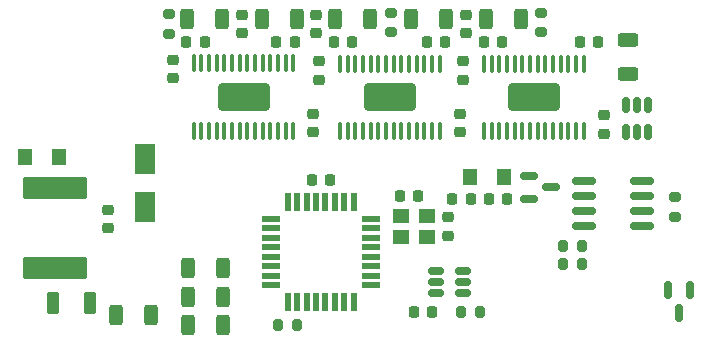
<source format=gbr>
%TF.GenerationSoftware,KiCad,Pcbnew,6.0.11+dfsg-1~bpo11+1*%
%TF.CreationDate,2023-07-10T22:14:43+02:00*%
%TF.ProjectId,motor_board_v3,6d6f746f-725f-4626-9f61-72645f76332e,rev?*%
%TF.SameCoordinates,PX87037a0PY50412a8*%
%TF.FileFunction,Paste,Bot*%
%TF.FilePolarity,Positive*%
%FSLAX46Y46*%
G04 Gerber Fmt 4.6, Leading zero omitted, Abs format (unit mm)*
G04 Created by KiCad (PCBNEW 6.0.11+dfsg-1~bpo11+1) date 2023-07-10 22:14:43*
%MOMM*%
%LPD*%
G01*
G04 APERTURE LIST*
G04 Aperture macros list*
%AMRoundRect*
0 Rectangle with rounded corners*
0 $1 Rounding radius*
0 $2 $3 $4 $5 $6 $7 $8 $9 X,Y pos of 4 corners*
0 Add a 4 corners polygon primitive as box body*
4,1,4,$2,$3,$4,$5,$6,$7,$8,$9,$2,$3,0*
0 Add four circle primitives for the rounded corners*
1,1,$1+$1,$2,$3*
1,1,$1+$1,$4,$5*
1,1,$1+$1,$6,$7*
1,1,$1+$1,$8,$9*
0 Add four rect primitives between the rounded corners*
20,1,$1+$1,$2,$3,$4,$5,0*
20,1,$1+$1,$4,$5,$6,$7,0*
20,1,$1+$1,$6,$7,$8,$9,0*
20,1,$1+$1,$8,$9,$2,$3,0*%
G04 Aperture macros list end*
%ADD10RoundRect,0.225000X-0.225000X-0.250000X0.225000X-0.250000X0.225000X0.250000X-0.225000X0.250000X0*%
%ADD11RoundRect,0.150000X-0.150000X0.587500X-0.150000X-0.587500X0.150000X-0.587500X0.150000X0.587500X0*%
%ADD12RoundRect,0.250000X0.312500X0.625000X-0.312500X0.625000X-0.312500X-0.625000X0.312500X-0.625000X0*%
%ADD13RoundRect,0.150000X-0.825000X-0.150000X0.825000X-0.150000X0.825000X0.150000X-0.825000X0.150000X0*%
%ADD14RoundRect,0.225000X0.250000X-0.225000X0.250000X0.225000X-0.250000X0.225000X-0.250000X-0.225000X0*%
%ADD15RoundRect,0.150000X0.512500X0.150000X-0.512500X0.150000X-0.512500X-0.150000X0.512500X-0.150000X0*%
%ADD16RoundRect,0.200000X-0.200000X-0.275000X0.200000X-0.275000X0.200000X0.275000X-0.200000X0.275000X0*%
%ADD17RoundRect,0.225000X0.225000X0.250000X-0.225000X0.250000X-0.225000X-0.250000X0.225000X-0.250000X0*%
%ADD18RoundRect,0.218750X0.218750X0.256250X-0.218750X0.256250X-0.218750X-0.256250X0.218750X-0.256250X0*%
%ADD19RoundRect,0.200000X-0.275000X0.200000X-0.275000X-0.200000X0.275000X-0.200000X0.275000X0.200000X0*%
%ADD20RoundRect,0.250000X-0.312500X-0.625000X0.312500X-0.625000X0.312500X0.625000X-0.312500X0.625000X0*%
%ADD21R,0.550000X1.600000*%
%ADD22R,1.600000X0.550000*%
%ADD23RoundRect,0.250001X-1.924999X0.899999X-1.924999X-0.899999X1.924999X-0.899999X1.924999X0.899999X0*%
%ADD24RoundRect,0.100000X-0.100000X0.637500X-0.100000X-0.637500X0.100000X-0.637500X0.100000X0.637500X0*%
%ADD25R,1.800000X2.500000*%
%ADD26RoundRect,0.225000X-0.250000X0.225000X-0.250000X-0.225000X0.250000X-0.225000X0.250000X0.225000X0*%
%ADD27RoundRect,0.250000X-0.625000X0.312500X-0.625000X-0.312500X0.625000X-0.312500X0.625000X0.312500X0*%
%ADD28RoundRect,0.200000X0.275000X-0.200000X0.275000X0.200000X-0.275000X0.200000X-0.275000X-0.200000X0*%
%ADD29RoundRect,0.150000X0.150000X-0.512500X0.150000X0.512500X-0.150000X0.512500X-0.150000X-0.512500X0*%
%ADD30RoundRect,0.250000X2.475000X-0.712500X2.475000X0.712500X-2.475000X0.712500X-2.475000X-0.712500X0*%
%ADD31R,1.400000X1.200000*%
%ADD32R,1.300000X1.400000*%
%ADD33RoundRect,0.250000X-0.275000X-0.700000X0.275000X-0.700000X0.275000X0.700000X-0.275000X0.700000X0*%
%ADD34RoundRect,0.150000X-0.587500X-0.150000X0.587500X-0.150000X0.587500X0.150000X-0.587500X0.150000X0*%
G04 APERTURE END LIST*
D10*
%TO.C,C10*%
X12531500Y-3731000D03*
X14081500Y-3731000D03*
%TD*%
D11*
%TO.C,D9*%
X45692000Y-24764500D03*
X47592000Y-24764500D03*
X46642000Y-26639500D03*
%TD*%
D12*
%TO.C,R4*%
X7972500Y-25321000D03*
X5047500Y-25321000D03*
%TD*%
D13*
%TO.C,U2*%
X38579000Y-19352000D03*
X38579000Y-18082000D03*
X38579000Y-16812000D03*
X38579000Y-15542000D03*
X43529000Y-15542000D03*
X43529000Y-16812000D03*
X43529000Y-18082000D03*
X43529000Y-19352000D03*
%TD*%
D12*
%TO.C,R7*%
X7972500Y-27734000D03*
X5047500Y-27734000D03*
%TD*%
D14*
%TO.C,C17*%
X27084000Y-20127000D03*
X27084000Y-18577000D03*
%TD*%
D15*
%TO.C,U6*%
X28348500Y-23101000D03*
X28348500Y-24051000D03*
X28348500Y-25001000D03*
X26073500Y-25001000D03*
X26073500Y-24051000D03*
X26073500Y-23101000D03*
%TD*%
D16*
%TO.C,R19*%
X28164000Y-26591000D03*
X29814000Y-26591000D03*
%TD*%
D14*
%TO.C,C14*%
X15908000Y-2982000D03*
X15908000Y-1432000D03*
%TD*%
D16*
%TO.C,R3*%
X36800000Y-21003000D03*
X38450000Y-21003000D03*
%TD*%
D17*
%TO.C,C9*%
X6461500Y-3731000D03*
X4911500Y-3731000D03*
%TD*%
D18*
%TO.C,FB2*%
X29014500Y-17066000D03*
X27439500Y-17066000D03*
%TD*%
D19*
%TO.C,R15*%
X34958000Y-1255000D03*
X34958000Y-2905000D03*
%TD*%
D20*
%TO.C,R10*%
X11336000Y-1826000D03*
X14261000Y-1826000D03*
%TD*%
D21*
%TO.C,U1*%
X13489000Y-17261000D03*
X14289000Y-17261000D03*
X15089000Y-17261000D03*
X15889000Y-17261000D03*
X16689000Y-17261000D03*
X17489000Y-17261000D03*
X18289000Y-17261000D03*
X19089000Y-17261000D03*
D22*
X20539000Y-18711000D03*
X20539000Y-19511000D03*
X20539000Y-20311000D03*
X20539000Y-21111000D03*
X20539000Y-21911000D03*
X20539000Y-22711000D03*
X20539000Y-23511000D03*
X20539000Y-24311000D03*
D21*
X19089000Y-25761000D03*
X18289000Y-25761000D03*
X17489000Y-25761000D03*
X16689000Y-25761000D03*
X15889000Y-25761000D03*
X15089000Y-25761000D03*
X14289000Y-25761000D03*
X13489000Y-25761000D03*
D22*
X12039000Y-24311000D03*
X12039000Y-23511000D03*
X12039000Y-22711000D03*
X12039000Y-21911000D03*
X12039000Y-21111000D03*
X12039000Y-20311000D03*
X12039000Y-19511000D03*
X12039000Y-18711000D03*
%TD*%
D12*
%TO.C,R14*%
X20418500Y-1826000D03*
X17493500Y-1826000D03*
%TD*%
D23*
%TO.C,U3*%
X9750500Y-8371500D03*
D24*
X5525500Y-5509000D03*
X6175500Y-5509000D03*
X6825500Y-5509000D03*
X7475500Y-5509000D03*
X8125500Y-5509000D03*
X8775500Y-5509000D03*
X9425500Y-5509000D03*
X10075500Y-5509000D03*
X10725500Y-5509000D03*
X11375500Y-5509000D03*
X12025500Y-5509000D03*
X12675500Y-5509000D03*
X13325500Y-5509000D03*
X13975500Y-5509000D03*
X13975500Y-11234000D03*
X13325500Y-11234000D03*
X12675500Y-11234000D03*
X12025500Y-11234000D03*
X11375500Y-11234000D03*
X10725500Y-11234000D03*
X10075500Y-11234000D03*
X9425500Y-11234000D03*
X8775500Y-11234000D03*
X8125500Y-11234000D03*
X7475500Y-11234000D03*
X6825500Y-11234000D03*
X6175500Y-11234000D03*
X5525500Y-11234000D03*
%TD*%
D25*
%TO.C,D5*%
X1430000Y-17669000D03*
X1430000Y-13669000D03*
%TD*%
D10*
%TO.C,C22*%
X38247000Y-3731000D03*
X39797000Y-3731000D03*
%TD*%
D17*
%TO.C,C15*%
X18969000Y-3731000D03*
X17419000Y-3731000D03*
%TD*%
D26*
%TO.C,C7*%
X3781500Y-5242000D03*
X3781500Y-6792000D03*
%TD*%
D14*
%TO.C,C18*%
X15654000Y-11364000D03*
X15654000Y-9814000D03*
%TD*%
D27*
%TO.C,R16*%
X42324000Y-3538500D03*
X42324000Y-6463500D03*
%TD*%
D14*
%TO.C,C24*%
X28100000Y-11364000D03*
X28100000Y-9814000D03*
%TD*%
D10*
%TO.C,C11*%
X23007000Y-16812000D03*
X24557000Y-16812000D03*
%TD*%
D17*
%TO.C,C21*%
X31669000Y-3731000D03*
X30119000Y-3731000D03*
%TD*%
D23*
%TO.C,U5*%
X34323000Y-8430000D03*
D24*
X30098000Y-5567500D03*
X30748000Y-5567500D03*
X31398000Y-5567500D03*
X32048000Y-5567500D03*
X32698000Y-5567500D03*
X33348000Y-5567500D03*
X33998000Y-5567500D03*
X34648000Y-5567500D03*
X35298000Y-5567500D03*
X35948000Y-5567500D03*
X36598000Y-5567500D03*
X37248000Y-5567500D03*
X37898000Y-5567500D03*
X38548000Y-5567500D03*
X38548000Y-11292500D03*
X37898000Y-11292500D03*
X37248000Y-11292500D03*
X36598000Y-11292500D03*
X35948000Y-11292500D03*
X35298000Y-11292500D03*
X34648000Y-11292500D03*
X33998000Y-11292500D03*
X33348000Y-11292500D03*
X32698000Y-11292500D03*
X32048000Y-11292500D03*
X31398000Y-11292500D03*
X30748000Y-11292500D03*
X30098000Y-11292500D03*
%TD*%
D10*
%TO.C,C2*%
X24150000Y-26591000D03*
X25700000Y-26591000D03*
%TD*%
D28*
%TO.C,R9*%
X3400500Y-3032000D03*
X3400500Y-1382000D03*
%TD*%
D10*
%TO.C,C16*%
X25293000Y-3731000D03*
X26843000Y-3731000D03*
%TD*%
D14*
%TO.C,C20*%
X28608000Y-2982000D03*
X28608000Y-1432000D03*
%TD*%
D16*
%TO.C,R2*%
X36800000Y-22527000D03*
X38450000Y-22527000D03*
%TD*%
D29*
%TO.C,U8*%
X44036000Y-11345500D03*
X43086000Y-11345500D03*
X42136000Y-11345500D03*
X42136000Y-9070500D03*
X43086000Y-9070500D03*
X44036000Y-9070500D03*
%TD*%
D30*
%TO.C,F1*%
X-6190000Y-22866500D03*
X-6190000Y-16091500D03*
%TD*%
D19*
%TO.C,R5*%
X46261000Y-16876000D03*
X46261000Y-18526000D03*
%TD*%
D12*
%TO.C,R6*%
X7972500Y-22908000D03*
X5047500Y-22908000D03*
%TD*%
D31*
%TO.C,Y1*%
X23063000Y-18502000D03*
X25263000Y-18502000D03*
X25263000Y-20202000D03*
X23063000Y-20202000D03*
%TD*%
D32*
%TO.C,D7*%
X31836000Y-15161000D03*
X28936000Y-15161000D03*
%TD*%
D20*
%TO.C,R13*%
X23970500Y-1826000D03*
X26895500Y-1826000D03*
%TD*%
D14*
%TO.C,C12*%
X40292000Y-11491000D03*
X40292000Y-9941000D03*
%TD*%
D10*
%TO.C,C1*%
X15514000Y-15415000D03*
X17064000Y-15415000D03*
%TD*%
D16*
%TO.C,R18*%
X12670000Y-27734000D03*
X14320000Y-27734000D03*
%TD*%
D33*
%TO.C,FB1*%
X-6368000Y-25829000D03*
X-3218000Y-25829000D03*
%TD*%
D26*
%TO.C,C8*%
X9623500Y-1432000D03*
X9623500Y-2982000D03*
%TD*%
D19*
%TO.C,R12*%
X22258000Y-1255000D03*
X22258000Y-2905000D03*
%TD*%
D34*
%TO.C,Q1*%
X33893500Y-17000000D03*
X33893500Y-15100000D03*
X35768500Y-16050000D03*
%TD*%
D26*
%TO.C,C19*%
X28354000Y-5369000D03*
X28354000Y-6919000D03*
%TD*%
D12*
%TO.C,R17*%
X33245500Y-1826000D03*
X30320500Y-1826000D03*
%TD*%
D26*
%TO.C,C13*%
X16162000Y-5369000D03*
X16162000Y-6919000D03*
%TD*%
D20*
%TO.C,R1*%
X-1048500Y-26845000D03*
X1876500Y-26845000D03*
%TD*%
D17*
%TO.C,C4*%
X32050000Y-17066000D03*
X30500000Y-17066000D03*
%TD*%
D12*
%TO.C,R11*%
X7911000Y-1826000D03*
X4986000Y-1826000D03*
%TD*%
D14*
%TO.C,C6*%
X-1745000Y-19492000D03*
X-1745000Y-17942000D03*
%TD*%
D23*
%TO.C,U4*%
X22131000Y-8430000D03*
D24*
X17906000Y-5567500D03*
X18556000Y-5567500D03*
X19206000Y-5567500D03*
X19856000Y-5567500D03*
X20506000Y-5567500D03*
X21156000Y-5567500D03*
X21806000Y-5567500D03*
X22456000Y-5567500D03*
X23106000Y-5567500D03*
X23756000Y-5567500D03*
X24406000Y-5567500D03*
X25056000Y-5567500D03*
X25706000Y-5567500D03*
X26356000Y-5567500D03*
X26356000Y-11292500D03*
X25706000Y-11292500D03*
X25056000Y-11292500D03*
X24406000Y-11292500D03*
X23756000Y-11292500D03*
X23106000Y-11292500D03*
X22456000Y-11292500D03*
X21806000Y-11292500D03*
X21156000Y-11292500D03*
X20506000Y-11292500D03*
X19856000Y-11292500D03*
X19206000Y-11292500D03*
X18556000Y-11292500D03*
X17906000Y-11292500D03*
%TD*%
D32*
%TO.C,D6*%
X-5883000Y-13510000D03*
X-8783000Y-13510000D03*
%TD*%
M02*

</source>
